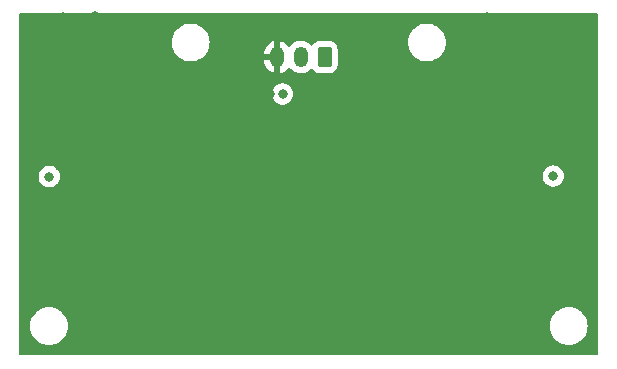
<source format=gbr>
%TF.GenerationSoftware,KiCad,Pcbnew,(6.0.1)*%
%TF.CreationDate,2022-02-11T18:02:55+00:00*%
%TF.ProjectId,Broadcast_Filter,42726f61-6463-4617-9374-5f46696c7465,rev?*%
%TF.SameCoordinates,Original*%
%TF.FileFunction,Copper,L2,Inr*%
%TF.FilePolarity,Positive*%
%FSLAX46Y46*%
G04 Gerber Fmt 4.6, Leading zero omitted, Abs format (unit mm)*
G04 Created by KiCad (PCBNEW (6.0.1)) date 2022-02-11 18:02:55*
%MOMM*%
%LPD*%
G01*
G04 APERTURE LIST*
G04 Aperture macros list*
%AMRoundRect*
0 Rectangle with rounded corners*
0 $1 Rounding radius*
0 $2 $3 $4 $5 $6 $7 $8 $9 X,Y pos of 4 corners*
0 Add a 4 corners polygon primitive as box body*
4,1,4,$2,$3,$4,$5,$6,$7,$8,$9,$2,$3,0*
0 Add four circle primitives for the rounded corners*
1,1,$1+$1,$2,$3*
1,1,$1+$1,$4,$5*
1,1,$1+$1,$6,$7*
1,1,$1+$1,$8,$9*
0 Add four rect primitives between the rounded corners*
20,1,$1+$1,$2,$3,$4,$5,0*
20,1,$1+$1,$4,$5,$6,$7,0*
20,1,$1+$1,$6,$7,$8,$9,0*
20,1,$1+$1,$8,$9,$2,$3,0*%
G04 Aperture macros list end*
%TA.AperFunction,ComponentPad*%
%ADD10RoundRect,0.250000X0.350000X0.625000X-0.350000X0.625000X-0.350000X-0.625000X0.350000X-0.625000X0*%
%TD*%
%TA.AperFunction,ComponentPad*%
%ADD11O,1.200000X1.750000*%
%TD*%
%TA.AperFunction,ViaPad*%
%ADD12C,0.800000*%
%TD*%
G04 APERTURE END LIST*
D10*
%TO.N,Net-(J2-Pad1)*%
%TO.C,J2*%
X126333000Y-104232800D03*
D11*
%TO.N,Net-(J2-Pad2)*%
X124333000Y-104232800D03*
%TO.N,GND*%
X122333000Y-104232800D03*
%TD*%
D12*
%TO.N,GND*%
X127838200Y-122910600D03*
X148082000Y-115392200D03*
X100914200Y-102590600D03*
X106375200Y-111074200D03*
X140665200Y-113588800D03*
X110032800Y-104013000D03*
X125018800Y-111125000D03*
X107467400Y-115062000D03*
X126187200Y-119786400D03*
X126314200Y-116611400D03*
X119507000Y-116484400D03*
X105206800Y-116408200D03*
X129184400Y-111175800D03*
X106197400Y-119634000D03*
X131177900Y-126632100D03*
X116332000Y-113588800D03*
X146685000Y-113207800D03*
X107950000Y-119684800D03*
X126199500Y-126530500D03*
X105460800Y-106197400D03*
X104749600Y-107111800D03*
X110032800Y-100990400D03*
X128104500Y-126530500D03*
X111035700Y-126479700D03*
X104698800Y-108458000D03*
X140639800Y-111099600D03*
X133527800Y-113614200D03*
X124333000Y-116306600D03*
X136220200Y-119964200D03*
X108000800Y-123139200D03*
X102006400Y-110693200D03*
X109575600Y-127914400D03*
X123037600Y-122986800D03*
X130987800Y-104648000D03*
X106908600Y-102463600D03*
X115976400Y-123240800D03*
X148437600Y-108483400D03*
X140081000Y-100863400D03*
X122897500Y-126530500D03*
X139700000Y-128295400D03*
X117830600Y-114884200D03*
X138252200Y-111099600D03*
X106324400Y-107721400D03*
X101930200Y-106095800D03*
X129260600Y-113614200D03*
X148945600Y-101015800D03*
X120345200Y-104267000D03*
X140030200Y-102438200D03*
X118237000Y-104521000D03*
X132892800Y-116890800D03*
X112750600Y-114833400D03*
X116128800Y-114782600D03*
X108077000Y-105029000D03*
X112813700Y-126479700D03*
X138277600Y-119938800D03*
X141325600Y-123088400D03*
X121716800Y-107365800D03*
X116001800Y-119888000D03*
X135991600Y-113588800D03*
X143129000Y-102438200D03*
X143332200Y-119913400D03*
X120700800Y-113563400D03*
X102336600Y-113055400D03*
X120954800Y-123063000D03*
X127279400Y-113614200D03*
X116217300Y-126530500D03*
X145846800Y-104444800D03*
X102336600Y-117449600D03*
X112750600Y-119710200D03*
X120777000Y-111099600D03*
X143459200Y-104698800D03*
X143103600Y-100965000D03*
X141605000Y-114147600D03*
X131368800Y-113639600D03*
X100939600Y-104013000D03*
X136194800Y-123012200D03*
X114477800Y-116484400D03*
X108000800Y-126542800D03*
X148996400Y-102539800D03*
X110083600Y-113614200D03*
X111023400Y-121437400D03*
X100914200Y-100990400D03*
X104775000Y-118999000D03*
X145948400Y-102565200D03*
X108051600Y-107289600D03*
X142875000Y-107518200D03*
X107823000Y-116636800D03*
X112064800Y-111125000D03*
X125044200Y-113639600D03*
X147548600Y-105689400D03*
X102006400Y-111861600D03*
X120904000Y-114681000D03*
X139725400Y-116916200D03*
X118516400Y-111125000D03*
X106908600Y-103987600D03*
X122910600Y-113614200D03*
X123012200Y-119761000D03*
X110032800Y-102412800D03*
X104114600Y-102489000D03*
X135940800Y-111125000D03*
X145923000Y-101015800D03*
X112826800Y-124866400D03*
X101904800Y-107594400D03*
X143840200Y-114452400D03*
X148132800Y-111582200D03*
X145440400Y-109016800D03*
X137959700Y-126632100D03*
X131191000Y-123113800D03*
X129717800Y-128168400D03*
X110972600Y-124841000D03*
X103555800Y-105029000D03*
X140081000Y-104571800D03*
X144399000Y-118491000D03*
X109423200Y-116535200D03*
X144094200Y-106045000D03*
X114147600Y-111125000D03*
X106883200Y-100736400D03*
X108102400Y-111074200D03*
X121005600Y-119862600D03*
X131292600Y-111150400D03*
X112750600Y-123037600D03*
X141884400Y-106019600D03*
X117983000Y-123164600D03*
X127177800Y-111125000D03*
X131114800Y-119837200D03*
X111150400Y-104648000D03*
X104063800Y-103936800D03*
X114198400Y-113512600D03*
X102438200Y-105054400D03*
X125958600Y-122936000D03*
X148920200Y-104165400D03*
X122910600Y-111048800D03*
X145440400Y-107391200D03*
X146558000Y-117144800D03*
X107696000Y-113360200D03*
X134823200Y-128143000D03*
X129590800Y-116865400D03*
X104343200Y-110007400D03*
X101930200Y-109143800D03*
X145745200Y-110845600D03*
X138303000Y-113588800D03*
X119481600Y-128016000D03*
X111023400Y-119684800D03*
X104800400Y-117576600D03*
X133045200Y-119710200D03*
X141198600Y-126619000D03*
X110032800Y-111125000D03*
X136334100Y-126632100D03*
X101396800Y-114300000D03*
X105232200Y-114630200D03*
X133553200Y-111150400D03*
X138353800Y-104571800D03*
X121043300Y-126530500D03*
X118618000Y-113614200D03*
X112191800Y-113512600D03*
X144322800Y-117017800D03*
X108000800Y-124815600D03*
X117944500Y-126530500D03*
X122377200Y-101447600D03*
X133082900Y-126632100D03*
X141630400Y-116941600D03*
X127863600Y-119786400D03*
X110972600Y-123139200D03*
X122809000Y-114681000D03*
X117957600Y-119761000D03*
X133121400Y-123063000D03*
X136372600Y-116865400D03*
X104165400Y-100863400D03*
X114528600Y-128092200D03*
X141605000Y-115519200D03*
X124561600Y-128066800D03*
X111099600Y-114884200D03*
X138176000Y-123063000D03*
X141325600Y-119913400D03*
X112826800Y-121412000D03*
X143433800Y-111150400D03*
X148107400Y-109931200D03*
X148463000Y-107010200D03*
X106299000Y-105181400D03*
X116306600Y-111125000D03*
X108000800Y-121361200D03*
%TO.N,/Thru*%
X103022400Y-114350800D03*
X122782468Y-107365800D03*
X145694400Y-114300000D03*
%TD*%
%TA.AperFunction,Conductor*%
%TO.N,GND*%
G36*
X149442121Y-100520002D02*
G01*
X149488614Y-100573658D01*
X149500000Y-100626000D01*
X149500000Y-129374000D01*
X149479998Y-129442121D01*
X149426342Y-129488614D01*
X149374000Y-129500000D01*
X100626000Y-129500000D01*
X100557879Y-129479998D01*
X100511386Y-129426342D01*
X100500000Y-129374000D01*
X100500000Y-127000000D01*
X101394551Y-127000000D01*
X101414317Y-127251148D01*
X101473127Y-127496111D01*
X101569534Y-127728859D01*
X101701164Y-127943659D01*
X101704376Y-127947419D01*
X101704379Y-127947424D01*
X101849256Y-128117052D01*
X101864776Y-128135224D01*
X101868538Y-128138437D01*
X102052576Y-128295621D01*
X102052581Y-128295624D01*
X102056341Y-128298836D01*
X102271141Y-128430466D01*
X102275711Y-128432359D01*
X102275715Y-128432361D01*
X102499316Y-128524979D01*
X102503889Y-128526873D01*
X102588289Y-128547135D01*
X102744039Y-128584528D01*
X102744045Y-128584529D01*
X102748852Y-128585683D01*
X102837149Y-128592632D01*
X102934661Y-128600307D01*
X102934670Y-128600307D01*
X102937118Y-128600500D01*
X103062882Y-128600500D01*
X103065330Y-128600307D01*
X103065339Y-128600307D01*
X103162851Y-128592632D01*
X103251148Y-128585683D01*
X103255955Y-128584529D01*
X103255961Y-128584528D01*
X103411711Y-128547135D01*
X103496111Y-128526873D01*
X103500684Y-128524979D01*
X103724285Y-128432361D01*
X103724289Y-128432359D01*
X103728859Y-128430466D01*
X103943659Y-128298836D01*
X103947419Y-128295624D01*
X103947424Y-128295621D01*
X104131462Y-128138437D01*
X104135224Y-128135224D01*
X104150744Y-128117052D01*
X104295621Y-127947424D01*
X104295624Y-127947419D01*
X104298836Y-127943659D01*
X104430466Y-127728859D01*
X104526873Y-127496111D01*
X104585683Y-127251148D01*
X104605449Y-127000000D01*
X145394551Y-127000000D01*
X145414317Y-127251148D01*
X145473127Y-127496111D01*
X145569534Y-127728859D01*
X145701164Y-127943659D01*
X145704376Y-127947419D01*
X145704379Y-127947424D01*
X145849256Y-128117052D01*
X145864776Y-128135224D01*
X145868538Y-128138437D01*
X146052576Y-128295621D01*
X146052581Y-128295624D01*
X146056341Y-128298836D01*
X146271141Y-128430466D01*
X146275711Y-128432359D01*
X146275715Y-128432361D01*
X146499316Y-128524979D01*
X146503889Y-128526873D01*
X146588289Y-128547135D01*
X146744039Y-128584528D01*
X146744045Y-128584529D01*
X146748852Y-128585683D01*
X146837149Y-128592632D01*
X146934661Y-128600307D01*
X146934670Y-128600307D01*
X146937118Y-128600500D01*
X147062882Y-128600500D01*
X147065330Y-128600307D01*
X147065339Y-128600307D01*
X147162851Y-128592632D01*
X147251148Y-128585683D01*
X147255955Y-128584529D01*
X147255961Y-128584528D01*
X147411711Y-128547135D01*
X147496111Y-128526873D01*
X147500684Y-128524979D01*
X147724285Y-128432361D01*
X147724289Y-128432359D01*
X147728859Y-128430466D01*
X147943659Y-128298836D01*
X147947419Y-128295624D01*
X147947424Y-128295621D01*
X148131462Y-128138437D01*
X148135224Y-128135224D01*
X148150744Y-128117052D01*
X148295621Y-127947424D01*
X148295624Y-127947419D01*
X148298836Y-127943659D01*
X148430466Y-127728859D01*
X148526873Y-127496111D01*
X148585683Y-127251148D01*
X148605449Y-127000000D01*
X148585683Y-126748852D01*
X148526873Y-126503889D01*
X148430466Y-126271141D01*
X148298836Y-126056341D01*
X148295624Y-126052581D01*
X148295621Y-126052576D01*
X148138437Y-125868538D01*
X148135224Y-125864776D01*
X148117052Y-125849256D01*
X147947424Y-125704379D01*
X147947419Y-125704376D01*
X147943659Y-125701164D01*
X147728859Y-125569534D01*
X147724289Y-125567641D01*
X147724285Y-125567639D01*
X147500684Y-125475021D01*
X147500682Y-125475020D01*
X147496111Y-125473127D01*
X147411711Y-125452865D01*
X147255961Y-125415472D01*
X147255955Y-125415471D01*
X147251148Y-125414317D01*
X147162851Y-125407368D01*
X147065339Y-125399693D01*
X147065330Y-125399693D01*
X147062882Y-125399500D01*
X146937118Y-125399500D01*
X146934670Y-125399693D01*
X146934661Y-125399693D01*
X146837149Y-125407368D01*
X146748852Y-125414317D01*
X146744045Y-125415471D01*
X146744039Y-125415472D01*
X146588289Y-125452865D01*
X146503889Y-125473127D01*
X146499318Y-125475020D01*
X146499316Y-125475021D01*
X146275715Y-125567639D01*
X146275711Y-125567641D01*
X146271141Y-125569534D01*
X146056341Y-125701164D01*
X146052581Y-125704376D01*
X146052576Y-125704379D01*
X145882948Y-125849256D01*
X145864776Y-125864776D01*
X145861563Y-125868538D01*
X145704379Y-126052576D01*
X145704376Y-126052581D01*
X145701164Y-126056341D01*
X145569534Y-126271141D01*
X145473127Y-126503889D01*
X145414317Y-126748852D01*
X145394551Y-127000000D01*
X104605449Y-127000000D01*
X104585683Y-126748852D01*
X104526873Y-126503889D01*
X104430466Y-126271141D01*
X104298836Y-126056341D01*
X104295624Y-126052581D01*
X104295621Y-126052576D01*
X104138437Y-125868538D01*
X104135224Y-125864776D01*
X104117052Y-125849256D01*
X103947424Y-125704379D01*
X103947419Y-125704376D01*
X103943659Y-125701164D01*
X103728859Y-125569534D01*
X103724289Y-125567641D01*
X103724285Y-125567639D01*
X103500684Y-125475021D01*
X103500682Y-125475020D01*
X103496111Y-125473127D01*
X103411711Y-125452865D01*
X103255961Y-125415472D01*
X103255955Y-125415471D01*
X103251148Y-125414317D01*
X103162851Y-125407368D01*
X103065339Y-125399693D01*
X103065330Y-125399693D01*
X103062882Y-125399500D01*
X102937118Y-125399500D01*
X102934670Y-125399693D01*
X102934661Y-125399693D01*
X102837149Y-125407368D01*
X102748852Y-125414317D01*
X102744045Y-125415471D01*
X102744039Y-125415472D01*
X102588289Y-125452865D01*
X102503889Y-125473127D01*
X102499318Y-125475020D01*
X102499316Y-125475021D01*
X102275715Y-125567639D01*
X102275711Y-125567641D01*
X102271141Y-125569534D01*
X102056341Y-125701164D01*
X102052581Y-125704376D01*
X102052576Y-125704379D01*
X101882948Y-125849256D01*
X101864776Y-125864776D01*
X101861563Y-125868538D01*
X101704379Y-126052576D01*
X101704376Y-126052581D01*
X101701164Y-126056341D01*
X101569534Y-126271141D01*
X101473127Y-126503889D01*
X101414317Y-126748852D01*
X101394551Y-127000000D01*
X100500000Y-127000000D01*
X100500000Y-114350800D01*
X102116940Y-114350800D01*
X102117630Y-114357365D01*
X102132047Y-114494534D01*
X102136726Y-114539056D01*
X102195221Y-114719084D01*
X102289867Y-114883016D01*
X102294285Y-114887923D01*
X102294286Y-114887924D01*
X102366374Y-114967985D01*
X102416529Y-115023688D01*
X102421868Y-115027567D01*
X102499750Y-115084151D01*
X102569670Y-115134951D01*
X102742597Y-115211944D01*
X102840612Y-115232778D01*
X102921297Y-115249928D01*
X102921301Y-115249928D01*
X102927754Y-115251300D01*
X103117046Y-115251300D01*
X103123499Y-115249928D01*
X103123503Y-115249928D01*
X103204188Y-115232778D01*
X103302203Y-115211944D01*
X103475130Y-115134951D01*
X103545051Y-115084151D01*
X103622932Y-115027567D01*
X103628271Y-115023688D01*
X103678427Y-114967985D01*
X103750514Y-114887924D01*
X103750515Y-114887923D01*
X103754933Y-114883016D01*
X103849579Y-114719084D01*
X103908074Y-114539056D01*
X103912754Y-114494534D01*
X103927170Y-114357365D01*
X103927860Y-114350800D01*
X103922521Y-114300000D01*
X144788940Y-114300000D01*
X144808726Y-114488256D01*
X144867221Y-114668284D01*
X144870524Y-114674006D01*
X144870525Y-114674007D01*
X144951632Y-114814488D01*
X144961867Y-114832216D01*
X144966285Y-114837123D01*
X144966286Y-114837124D01*
X145007608Y-114883016D01*
X145088529Y-114972888D01*
X145241670Y-115084151D01*
X145414597Y-115161144D01*
X145512612Y-115181978D01*
X145593297Y-115199128D01*
X145593301Y-115199128D01*
X145599754Y-115200500D01*
X145789046Y-115200500D01*
X145795499Y-115199128D01*
X145795503Y-115199128D01*
X145876188Y-115181978D01*
X145974203Y-115161144D01*
X146147130Y-115084151D01*
X146300271Y-114972888D01*
X146381193Y-114883016D01*
X146422514Y-114837124D01*
X146422515Y-114837123D01*
X146426933Y-114832216D01*
X146437168Y-114814488D01*
X146518275Y-114674007D01*
X146518276Y-114674006D01*
X146521579Y-114668284D01*
X146580074Y-114488256D01*
X146599860Y-114300000D01*
X146585413Y-114162544D01*
X146580764Y-114118307D01*
X146580764Y-114118305D01*
X146580074Y-114111744D01*
X146521579Y-113931716D01*
X146426933Y-113767784D01*
X146422514Y-113762876D01*
X146304686Y-113632015D01*
X146304684Y-113632014D01*
X146300271Y-113627112D01*
X146222392Y-113570530D01*
X146152472Y-113519730D01*
X146152471Y-113519729D01*
X146147130Y-113515849D01*
X145974203Y-113438856D01*
X145876188Y-113418022D01*
X145795503Y-113400872D01*
X145795499Y-113400872D01*
X145789046Y-113399500D01*
X145599754Y-113399500D01*
X145593301Y-113400872D01*
X145593297Y-113400872D01*
X145512612Y-113418022D01*
X145414597Y-113438856D01*
X145241670Y-113515849D01*
X145236329Y-113519729D01*
X145236328Y-113519730D01*
X145166408Y-113570530D01*
X145088529Y-113627112D01*
X145084116Y-113632014D01*
X145084114Y-113632015D01*
X144966286Y-113762876D01*
X144961867Y-113767784D01*
X144867221Y-113931716D01*
X144808726Y-114111744D01*
X144808036Y-114118305D01*
X144808036Y-114118307D01*
X144803387Y-114162544D01*
X144788940Y-114300000D01*
X103922521Y-114300000D01*
X103908074Y-114162544D01*
X103849579Y-113982516D01*
X103816946Y-113925993D01*
X103758236Y-113824305D01*
X103754933Y-113818584D01*
X103714344Y-113773505D01*
X103632686Y-113682815D01*
X103632684Y-113682814D01*
X103628271Y-113677912D01*
X103475130Y-113566649D01*
X103302203Y-113489656D01*
X103204188Y-113468822D01*
X103123503Y-113451672D01*
X103123499Y-113451672D01*
X103117046Y-113450300D01*
X102927754Y-113450300D01*
X102921301Y-113451672D01*
X102921297Y-113451672D01*
X102840612Y-113468822D01*
X102742597Y-113489656D01*
X102569670Y-113566649D01*
X102416529Y-113677912D01*
X102412116Y-113682814D01*
X102412114Y-113682815D01*
X102330456Y-113773505D01*
X102289867Y-113818584D01*
X102286564Y-113824305D01*
X102227855Y-113925993D01*
X102195221Y-113982516D01*
X102136726Y-114162544D01*
X102116940Y-114350800D01*
X100500000Y-114350800D01*
X100500000Y-107365800D01*
X121877008Y-107365800D01*
X121896794Y-107554056D01*
X121955289Y-107734084D01*
X122049935Y-107898016D01*
X122176597Y-108038688D01*
X122329738Y-108149951D01*
X122502665Y-108226944D01*
X122600680Y-108247778D01*
X122681365Y-108264928D01*
X122681369Y-108264928D01*
X122687822Y-108266300D01*
X122877114Y-108266300D01*
X122883567Y-108264928D01*
X122883571Y-108264928D01*
X122964256Y-108247778D01*
X123062271Y-108226944D01*
X123235198Y-108149951D01*
X123388339Y-108038688D01*
X123515001Y-107898016D01*
X123609647Y-107734084D01*
X123668142Y-107554056D01*
X123687928Y-107365800D01*
X123668142Y-107177544D01*
X123609647Y-106997516D01*
X123515001Y-106833584D01*
X123388339Y-106692912D01*
X123235198Y-106581649D01*
X123062271Y-106504656D01*
X122964256Y-106483822D01*
X122883571Y-106466672D01*
X122883567Y-106466672D01*
X122877114Y-106465300D01*
X122687822Y-106465300D01*
X122681369Y-106466672D01*
X122681365Y-106466672D01*
X122600680Y-106483822D01*
X122502665Y-106504656D01*
X122329738Y-106581649D01*
X122176597Y-106692912D01*
X122049935Y-106833584D01*
X121955289Y-106997516D01*
X121896794Y-107177544D01*
X121877008Y-107365800D01*
X100500000Y-107365800D01*
X100500000Y-103000000D01*
X113394551Y-103000000D01*
X113414317Y-103251148D01*
X113415471Y-103255955D01*
X113415472Y-103255961D01*
X113441264Y-103363391D01*
X113473127Y-103496111D01*
X113475020Y-103500682D01*
X113475021Y-103500684D01*
X113500088Y-103561200D01*
X113569534Y-103728859D01*
X113701164Y-103943659D01*
X113704376Y-103947419D01*
X113704379Y-103947424D01*
X113729750Y-103977129D01*
X113864776Y-104135224D01*
X113868538Y-104138437D01*
X114052576Y-104295621D01*
X114052581Y-104295624D01*
X114056341Y-104298836D01*
X114271141Y-104430466D01*
X114275711Y-104432359D01*
X114275715Y-104432361D01*
X114450877Y-104504915D01*
X114503889Y-104526873D01*
X114588289Y-104547135D01*
X114744039Y-104584528D01*
X114744045Y-104584529D01*
X114748852Y-104585683D01*
X114837149Y-104592632D01*
X114934661Y-104600307D01*
X114934670Y-104600307D01*
X114937118Y-104600500D01*
X115062882Y-104600500D01*
X115065330Y-104600307D01*
X115065339Y-104600307D01*
X115162851Y-104592632D01*
X115251148Y-104585683D01*
X115255955Y-104584529D01*
X115255961Y-104584528D01*
X115367989Y-104557632D01*
X121225000Y-104557632D01*
X121225285Y-104563608D01*
X121239471Y-104712294D01*
X121241730Y-104724028D01*
X121297872Y-104915399D01*
X121302302Y-104926475D01*
X121393619Y-105103778D01*
X121400069Y-105113824D01*
X121523262Y-105270657D01*
X121531499Y-105279306D01*
X121682123Y-105410012D01*
X121691847Y-105416947D01*
X121864467Y-105516810D01*
X121875331Y-105521784D01*
X122063727Y-105587207D01*
X122064716Y-105587448D01*
X122075008Y-105585980D01*
X122079000Y-105572415D01*
X122079000Y-105568202D01*
X122587000Y-105568202D01*
X122590973Y-105581733D01*
X122600399Y-105583088D01*
X122689537Y-105561606D01*
X122700832Y-105557717D01*
X122882382Y-105475171D01*
X122892724Y-105469224D01*
X123055397Y-105353832D01*
X123064425Y-105346039D01*
X123202342Y-105201969D01*
X123209741Y-105192601D01*
X123232009Y-105158114D01*
X123285765Y-105111737D01*
X123356060Y-105101784D01*
X123420577Y-105131417D01*
X123436946Y-105148630D01*
X123528718Y-105265462D01*
X123528722Y-105265467D01*
X123532424Y-105270179D01*
X123536954Y-105274110D01*
X123536955Y-105274111D01*
X123686498Y-105403879D01*
X123686503Y-105403883D01*
X123691029Y-105407810D01*
X123872799Y-105512966D01*
X123945466Y-105538200D01*
X124065509Y-105579886D01*
X124065511Y-105579886D01*
X124071174Y-105581853D01*
X124077109Y-105582714D01*
X124077111Y-105582714D01*
X124273056Y-105611125D01*
X124273059Y-105611125D01*
X124278996Y-105611986D01*
X124488767Y-105602277D01*
X124630155Y-105568202D01*
X124687085Y-105554482D01*
X124687087Y-105554481D01*
X124692918Y-105553076D01*
X124698376Y-105550594D01*
X124698380Y-105550593D01*
X124878626Y-105468640D01*
X124884081Y-105466160D01*
X125055360Y-105344663D01*
X125153173Y-105242486D01*
X125214728Y-105207110D01*
X125285638Y-105210629D01*
X125343388Y-105251925D01*
X125351326Y-105263301D01*
X125390834Y-105327145D01*
X125514689Y-105450784D01*
X125663666Y-105542614D01*
X125670614Y-105544919D01*
X125670615Y-105544919D01*
X125823241Y-105595544D01*
X125823243Y-105595545D01*
X125829772Y-105597710D01*
X125933134Y-105608300D01*
X126732866Y-105608300D01*
X126736112Y-105607963D01*
X126736116Y-105607963D01*
X126830661Y-105598153D01*
X126830665Y-105598152D01*
X126837519Y-105597441D01*
X126844055Y-105595260D01*
X126844057Y-105595260D01*
X126996581Y-105544374D01*
X127003529Y-105542056D01*
X127152345Y-105449966D01*
X127275984Y-105326111D01*
X127367814Y-105177134D01*
X127382978Y-105131417D01*
X127420744Y-105017559D01*
X127420745Y-105017557D01*
X127422910Y-105011028D01*
X127433500Y-104907666D01*
X127433500Y-103557934D01*
X127422641Y-103453281D01*
X127392652Y-103363391D01*
X127369574Y-103294219D01*
X127367256Y-103287271D01*
X127275166Y-103138455D01*
X127151311Y-103014816D01*
X127127275Y-103000000D01*
X133394551Y-103000000D01*
X133414317Y-103251148D01*
X133415471Y-103255955D01*
X133415472Y-103255961D01*
X133441264Y-103363391D01*
X133473127Y-103496111D01*
X133475020Y-103500682D01*
X133475021Y-103500684D01*
X133500088Y-103561200D01*
X133569534Y-103728859D01*
X133701164Y-103943659D01*
X133704376Y-103947419D01*
X133704379Y-103947424D01*
X133729750Y-103977129D01*
X133864776Y-104135224D01*
X133868538Y-104138437D01*
X134052576Y-104295621D01*
X134052581Y-104295624D01*
X134056341Y-104298836D01*
X134271141Y-104430466D01*
X134275711Y-104432359D01*
X134275715Y-104432361D01*
X134450877Y-104504915D01*
X134503889Y-104526873D01*
X134588289Y-104547135D01*
X134744039Y-104584528D01*
X134744045Y-104584529D01*
X134748852Y-104585683D01*
X134837149Y-104592632D01*
X134934661Y-104600307D01*
X134934670Y-104600307D01*
X134937118Y-104600500D01*
X135062882Y-104600500D01*
X135065330Y-104600307D01*
X135065339Y-104600307D01*
X135162851Y-104592632D01*
X135251148Y-104585683D01*
X135255955Y-104584529D01*
X135255961Y-104584528D01*
X135411711Y-104547135D01*
X135496111Y-104526873D01*
X135549123Y-104504915D01*
X135724285Y-104432361D01*
X135724289Y-104432359D01*
X135728859Y-104430466D01*
X135943659Y-104298836D01*
X135947419Y-104295624D01*
X135947424Y-104295621D01*
X136131462Y-104138437D01*
X136135224Y-104135224D01*
X136270250Y-103977129D01*
X136295621Y-103947424D01*
X136295624Y-103947419D01*
X136298836Y-103943659D01*
X136430466Y-103728859D01*
X136499913Y-103561200D01*
X136524979Y-103500684D01*
X136524980Y-103500682D01*
X136526873Y-103496111D01*
X136558736Y-103363391D01*
X136584528Y-103255961D01*
X136584529Y-103255955D01*
X136585683Y-103251148D01*
X136605449Y-103000000D01*
X136585683Y-102748852D01*
X136526873Y-102503889D01*
X136430466Y-102271141D01*
X136298836Y-102056341D01*
X136295624Y-102052581D01*
X136295621Y-102052576D01*
X136138437Y-101868538D01*
X136135224Y-101864776D01*
X136117052Y-101849256D01*
X135947424Y-101704379D01*
X135947419Y-101704376D01*
X135943659Y-101701164D01*
X135728859Y-101569534D01*
X135724289Y-101567641D01*
X135724285Y-101567639D01*
X135500684Y-101475021D01*
X135500682Y-101475020D01*
X135496111Y-101473127D01*
X135411711Y-101452865D01*
X135255961Y-101415472D01*
X135255955Y-101415471D01*
X135251148Y-101414317D01*
X135162851Y-101407368D01*
X135065339Y-101399693D01*
X135065330Y-101399693D01*
X135062882Y-101399500D01*
X134937118Y-101399500D01*
X134934670Y-101399693D01*
X134934661Y-101399693D01*
X134837149Y-101407368D01*
X134748852Y-101414317D01*
X134744045Y-101415471D01*
X134744039Y-101415472D01*
X134588289Y-101452865D01*
X134503889Y-101473127D01*
X134499318Y-101475020D01*
X134499316Y-101475021D01*
X134275715Y-101567639D01*
X134275711Y-101567641D01*
X134271141Y-101569534D01*
X134056341Y-101701164D01*
X134052581Y-101704376D01*
X134052576Y-101704379D01*
X133882948Y-101849256D01*
X133864776Y-101864776D01*
X133861563Y-101868538D01*
X133704379Y-102052576D01*
X133704376Y-102052581D01*
X133701164Y-102056341D01*
X133569534Y-102271141D01*
X133473127Y-102503889D01*
X133414317Y-102748852D01*
X133394551Y-103000000D01*
X127127275Y-103000000D01*
X127002334Y-102922986D01*
X126945076Y-102903994D01*
X126842759Y-102870056D01*
X126842757Y-102870055D01*
X126836228Y-102867890D01*
X126732866Y-102857300D01*
X125933134Y-102857300D01*
X125929888Y-102857637D01*
X125929884Y-102857637D01*
X125835339Y-102867447D01*
X125835335Y-102867448D01*
X125828481Y-102868159D01*
X125821945Y-102870340D01*
X125821943Y-102870340D01*
X125721070Y-102903994D01*
X125662471Y-102923544D01*
X125513655Y-103015634D01*
X125390016Y-103139489D01*
X125386176Y-103145719D01*
X125386175Y-103145720D01*
X125352719Y-103199996D01*
X125299947Y-103247489D01*
X125229875Y-103258913D01*
X125164751Y-103230639D01*
X125146376Y-103211716D01*
X125133576Y-103195421D01*
X125075106Y-103144683D01*
X124979502Y-103061721D01*
X124979497Y-103061717D01*
X124974971Y-103057790D01*
X124793201Y-102952634D01*
X124622005Y-102893185D01*
X124600491Y-102885714D01*
X124600489Y-102885714D01*
X124594826Y-102883747D01*
X124588891Y-102882886D01*
X124588889Y-102882886D01*
X124392944Y-102854475D01*
X124392941Y-102854475D01*
X124387004Y-102853614D01*
X124177233Y-102863323D01*
X124053326Y-102893185D01*
X123978915Y-102911118D01*
X123978913Y-102911119D01*
X123973082Y-102912524D01*
X123967624Y-102915006D01*
X123967620Y-102915007D01*
X123851270Y-102967908D01*
X123781919Y-102999440D01*
X123610640Y-103120937D01*
X123465425Y-103272631D01*
X123451486Y-103294219D01*
X123443196Y-103307058D01*
X123389441Y-103353437D01*
X123319146Y-103363391D01*
X123254628Y-103333760D01*
X123238257Y-103316545D01*
X123142738Y-103194943D01*
X123134501Y-103186294D01*
X122983877Y-103055588D01*
X122974153Y-103048653D01*
X122801533Y-102948790D01*
X122790669Y-102943816D01*
X122602273Y-102878393D01*
X122601284Y-102878152D01*
X122590992Y-102879620D01*
X122587000Y-102893185D01*
X122587000Y-105568202D01*
X122079000Y-105568202D01*
X122079000Y-104504915D01*
X122074525Y-104489676D01*
X122073135Y-104488471D01*
X122065452Y-104486800D01*
X121243115Y-104486800D01*
X121227876Y-104491275D01*
X121226671Y-104492665D01*
X121225000Y-104500348D01*
X121225000Y-104557632D01*
X115367989Y-104557632D01*
X115411711Y-104547135D01*
X115496111Y-104526873D01*
X115549123Y-104504915D01*
X115724285Y-104432361D01*
X115724289Y-104432359D01*
X115728859Y-104430466D01*
X115943659Y-104298836D01*
X115947419Y-104295624D01*
X115947424Y-104295621D01*
X116131462Y-104138437D01*
X116135224Y-104135224D01*
X116270250Y-103977129D01*
X116284295Y-103960685D01*
X121225000Y-103960685D01*
X121229475Y-103975924D01*
X121230865Y-103977129D01*
X121238548Y-103978800D01*
X122060885Y-103978800D01*
X122076124Y-103974325D01*
X122077329Y-103972935D01*
X122079000Y-103965252D01*
X122079000Y-102897398D01*
X122075027Y-102883867D01*
X122065601Y-102882512D01*
X121976463Y-102903994D01*
X121965168Y-102907883D01*
X121783618Y-102990429D01*
X121773276Y-102996376D01*
X121610603Y-103111768D01*
X121601575Y-103119561D01*
X121463658Y-103263631D01*
X121456262Y-103272996D01*
X121348079Y-103440541D01*
X121342583Y-103451145D01*
X121268039Y-103636112D01*
X121264645Y-103647570D01*
X121226143Y-103844728D01*
X121225066Y-103853591D01*
X121225000Y-103856300D01*
X121225000Y-103960685D01*
X116284295Y-103960685D01*
X116295621Y-103947424D01*
X116295624Y-103947419D01*
X116298836Y-103943659D01*
X116430466Y-103728859D01*
X116499913Y-103561200D01*
X116524979Y-103500684D01*
X116524980Y-103500682D01*
X116526873Y-103496111D01*
X116558736Y-103363391D01*
X116584528Y-103255961D01*
X116584529Y-103255955D01*
X116585683Y-103251148D01*
X116605449Y-103000000D01*
X116585683Y-102748852D01*
X116526873Y-102503889D01*
X116430466Y-102271141D01*
X116298836Y-102056341D01*
X116295624Y-102052581D01*
X116295621Y-102052576D01*
X116138437Y-101868538D01*
X116135224Y-101864776D01*
X116117052Y-101849256D01*
X115947424Y-101704379D01*
X115947419Y-101704376D01*
X115943659Y-101701164D01*
X115728859Y-101569534D01*
X115724289Y-101567641D01*
X115724285Y-101567639D01*
X115500684Y-101475021D01*
X115500682Y-101475020D01*
X115496111Y-101473127D01*
X115411711Y-101452865D01*
X115255961Y-101415472D01*
X115255955Y-101415471D01*
X115251148Y-101414317D01*
X115162851Y-101407368D01*
X115065339Y-101399693D01*
X115065330Y-101399693D01*
X115062882Y-101399500D01*
X114937118Y-101399500D01*
X114934670Y-101399693D01*
X114934661Y-101399693D01*
X114837149Y-101407368D01*
X114748852Y-101414317D01*
X114744045Y-101415471D01*
X114744039Y-101415472D01*
X114588289Y-101452865D01*
X114503889Y-101473127D01*
X114499318Y-101475020D01*
X114499316Y-101475021D01*
X114275715Y-101567639D01*
X114275711Y-101567641D01*
X114271141Y-101569534D01*
X114056341Y-101701164D01*
X114052581Y-101704376D01*
X114052576Y-101704379D01*
X113882948Y-101849256D01*
X113864776Y-101864776D01*
X113861563Y-101868538D01*
X113704379Y-102052576D01*
X113704376Y-102052581D01*
X113701164Y-102056341D01*
X113569534Y-102271141D01*
X113473127Y-102503889D01*
X113414317Y-102748852D01*
X113394551Y-103000000D01*
X100500000Y-103000000D01*
X100500000Y-100626000D01*
X100520002Y-100557879D01*
X100573658Y-100511386D01*
X100626000Y-100500000D01*
X149374000Y-100500000D01*
X149442121Y-100520002D01*
G37*
%TD.AperFunction*%
%TD*%
M02*

</source>
